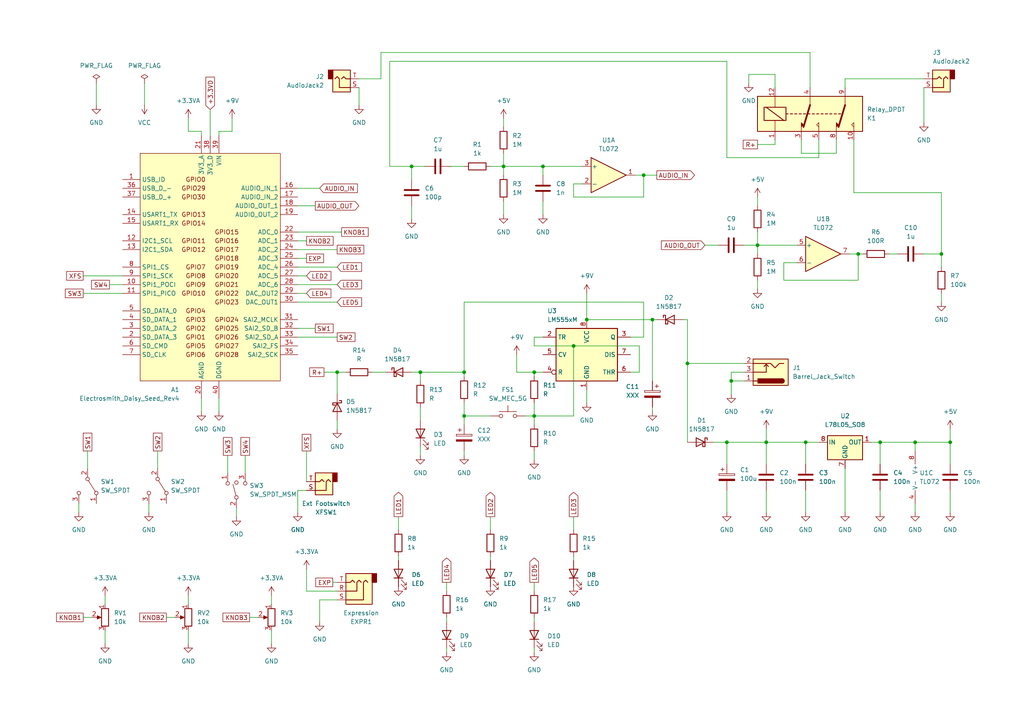
<source format=kicad_sch>
(kicad_sch (version 20230121) (generator eeschema)
  (paper "A4")
  (lib_symbols
    (symbol "Amplifier_Operational:TL072" (pin_names (offset 0.127))
      (property "Reference" "U" (at 0 5.08 0))
      (property "Value" "TL072" (at 0 -5.08 0))
      (symbol "TL072_1_1"
        (pin output line (at 7.62 0 180) (length 2.54) (name "~") (number "1"))
        (pin input line (at -7.62 -2.54 0) (length 2.54) (name "-") (number "2"))
        (pin input line (at -7.62 2.54 0) (length 2.54) (name "+") (number "3"))
      )
      (symbol "TL072_2_1"
        (pin input line (at -7.62 2.54 0) (length 2.54) (name "+") (number "5"))
        (pin input line (at -7.62 -2.54 0) (length 2.54) (name "-") (number "6"))
        (pin output line (at 7.62 0 180) (length 2.54) (name "~") (number "7"))
      )
      (symbol "TL072_3_1"
        (pin power_in line (at -2.54 -7.62 90) (length 3.81) (name "V-") (number "4"))
        (pin power_in line (at -2.54 7.62 270) (length 3.81) (name "V+") (number "8"))
      )
    )
    (symbol "Connector:AudioJack2"
      (property "Reference" "J" (at 0 8.89 0))
      (property "Value" "AudioJack2" (at 0 6.35 0))
      (symbol "AudioJack2_1_1"
        (pin passive line (at 5.08 2.54 180) (length 2.54) (name "~") (number "S"))
        (pin passive line (at 5.08 0 180) (length 2.54) (name "~") (number "T"))
      )
    )
    (symbol "Connector:Barrel_Jack_Switch" (pin_names hide)
      (property "Reference" "J" (at 0 5.334 0))
      (property "Value" "Barrel_Jack_Switch" (at 0 -5.08 0))
      (symbol "Barrel_Jack_Switch_1_1"
        (pin passive line (at 7.62 2.54 180) (length 2.54) (name "~") (number "1"))
        (pin passive line (at 7.62 -2.54 180) (length 2.54) (name "~") (number "2"))
        (pin passive line (at 7.62 0 180) (length 2.54) (name "~") (number "3"))
      )
    )
    (symbol "Connector_Audio:AudioJack2"
      (property "Reference" "J" (at 0 8.89 0))
      (property "Value" "AudioJack2" (at 0 6.35 0))
      (symbol "AudioJack2_1_1"
        (pin passive line (at 5.08 2.54 180) (length 2.54) (name "~") (number "S"))
        (pin passive line (at 5.08 0 180) (length 2.54) (name "~") (number "T"))
      )
    )
    (symbol "Connector_Audio:AudioJack3"
      (property "Reference" "J" (at 0 8.89 0))
      (property "Value" "AudioJack3" (at 0 6.35 0))
      (symbol "AudioJack3_1_1"
        (pin passive line (at 5.08 0 180) (length 2.54) (name "~") (number "R"))
        (pin passive line (at 5.08 2.54 180) (length 2.54) (name "~") (number "S"))
        (pin passive line (at 5.08 -2.54 180) (length 2.54) (name "~") (number "T"))
      )
    )
    (symbol "Device:C" (pin_numbers hide) (pin_names (offset 0.254))
      (property "Reference" "C" (at 0.635 2.54 0))
      (property "Value" "C" (at 0.635 -2.54 0))
      (symbol "C_1_1"
        (pin passive line (at 0 3.81 270) (length 2.794) (name "~") (number "1"))
        (pin passive line (at 0 -3.81 90) (length 2.794) (name "~") (number "2"))
      )
    )
    (symbol "Device:C_Polarized" (pin_numbers hide) (pin_names (offset 0.254))
      (property "Reference" "C" (at 0.635 2.54 0))
      (property "Value" "C_Polarized" (at 0.635 -2.54 0))
      (symbol "C_Polarized_1_1"
        (pin passive line (at 0 3.81 270) (length 2.794) (name "~") (number "1"))
        (pin passive line (at 0 -3.81 90) (length 2.794) (name "~") (number "2"))
      )
    )
    (symbol "Device:LED" (pin_numbers hide) (pin_names (offset 1.016) hide)
      (property "Reference" "D" (at 0 2.54 0))
      (property "Value" "LED" (at 0 -2.54 0))
      (symbol "LED_1_1"
        (pin passive line (at -3.81 0 0) (length 2.54) (name "K") (number "1"))
        (pin passive line (at 3.81 0 180) (length 2.54) (name "A") (number "2"))
      )
    )
    (symbol "Device:R" (pin_numbers hide) (pin_names (offset 0))
      (property "Reference" "R" (at 2.032 0 90))
      (property "Value" "R" (at 0 0 90))
      (symbol "R_1_1"
        (pin passive line (at 0 3.81 270) (length 1.27) (name "~") (number "1"))
        (pin passive line (at 0 -3.81 90) (length 1.27) (name "~") (number "2"))
      )
    )
    (symbol "Device:R_Potentiometer" (pin_names (offset 1.016) hide)
      (property "Reference" "RV" (at -4.445 0 90))
      (property "Value" "R_Potentiometer" (at -2.54 0 90))
      (symbol "R_Potentiometer_1_1"
        (pin passive line (at 0 3.81 270) (length 1.27) (name "1") (number "1"))
        (pin passive line (at 3.81 0 180) (length 1.27) (name "2") (number "2"))
        (pin passive line (at 0 -3.81 90) (length 1.27) (name "3") (number "3"))
      )
    )
    (symbol "Diode:1N5817" (pin_numbers hide) (pin_names (offset 1.016) hide)
      (property "Reference" "D" (at 0 2.54 0))
      (property "Value" "1N5817" (at 0 -2.54 0))
      (symbol "1N5817_1_1"
        (pin passive line (at -3.81 0 0) (length 2.54) (name "K") (number "1"))
        (pin passive line (at 3.81 0 180) (length 2.54) (name "A") (number "2"))
      )
    )
    (symbol "MCU_Module:Electrosmith_Daisy_Seed_Rev4"
      (property "Reference" "A" (at -20.32 34.29 0))
      (property "Value" "Electrosmith_Daisy_Seed_Rev4" (at 33.02 34.29 0))
      (symbol "Electrosmith_Daisy_Seed_Rev4_0_0"
        (text "GPIO0" (at 1.27 25.4 0) (effects (font (size 1.27 1.27)) (justify left)))
        (text "GPIO1" (at 1.27 -20.32 0) (effects (font (size 1.27 1.27)) (justify left)))
        (text "GPIO10" (at 1.27 -7.62 0) (effects (font (size 1.27 1.27)) (justify left)))
        (text "GPIO11" (at 1.27 7.62 0) (effects (font (size 1.27 1.27)) (justify left)))
        (text "GPIO12" (at 1.27 5.08 0) (effects (font (size 1.27 1.27)) (justify left)))
        (text "GPIO13" (at 1.27 15.24 0) (effects (font (size 1.27 1.27)) (justify left)))
        (text "GPIO14" (at 1.27 12.7 0) (effects (font (size 1.27 1.27)) (justify left)))
        (text "GPIO15" (at -1.27 10.16 0) (effects (font (size 1.27 1.27)) (justify right)))
        (text "GPIO16" (at -1.27 7.62 0) (effects (font (size 1.27 1.27)) (justify right)))
        (text "GPIO17" (at -1.27 5.08 0) (effects (font (size 1.27 1.27)) (justify right)))
        (text "GPIO18" (at -1.27 2.54 0) (effects (font (size 1.27 1.27)) (justify right)))
        (text "GPIO19" (at -1.27 0 0) (effects (font (size 1.27 1.27)) (justify right)))
        (text "GPIO2" (at 1.27 -17.78 0) (effects (font (size 1.27 1.27)) (justify left)))
        (text "GPIO20" (at -1.27 -2.54 0) (effects (font (size 1.27 1.27)) (justify right)))
        (text "GPIO21" (at -1.27 -5.08 0) (effects (font (size 1.27 1.27)) (justify right)))
        (text "GPIO22" (at -1.27 -7.62 0) (effects (font (size 1.27 1.27)) (justify right)))
        (text "GPIO23" (at -1.27 -10.16 0) (effects (font (size 1.27 1.27)) (justify right)))
        (text "GPIO24" (at -1.27 -15.24 0) (effects (font (size 1.27 1.27)) (justify right)))
        (text "GPIO25" (at -1.27 -17.78 0) (effects (font (size 1.27 1.27)) (justify right)))
        (text "GPIO26" (at -1.27 -20.32 0) (effects (font (size 1.27 1.27)) (justify right)))
        (text "GPIO27" (at -1.27 -22.86 0) (effects (font (size 1.27 1.27)) (justify right)))
        (text "GPIO28" (at -1.27 -25.4 0) (effects (font (size 1.27 1.27)) (justify right)))
        (text "GPIO29" (at 1.27 22.86 0) (effects (font (size 1.27 1.27)) (justify left)))
        (text "GPIO3" (at 1.27 -15.24 0) (effects (font (size 1.27 1.27)) (justify left)))
        (text "GPIO30" (at 1.27 20.32 0) (effects (font (size 1.27 1.27)) (justify left)))
        (text "GPIO4" (at 1.27 -12.7 0) (effects (font (size 1.27 1.27)) (justify left)))
        (text "GPIO5" (at 1.27 -22.86 0) (effects (font (size 1.27 1.27)) (justify left)))
        (text "GPIO6" (at 1.27 -25.4 0) (effects (font (size 1.27 1.27)) (justify left)))
        (text "GPIO7" (at 1.27 0 0) (effects (font (size 1.27 1.27)) (justify left)))
        (text "GPIO8" (at 1.27 -2.54 0) (effects (font (size 1.27 1.27)) (justify left)))
        (text "GPIO9" (at 1.27 -5.08 0) (effects (font (size 1.27 1.27)) (justify left)))
        (pin bidirectional line (at 25.4 25.4 180) (length 5.08) (name "USB_ID") (number "1"))
        (pin bidirectional line (at 25.4 -5.08 180) (length 5.08) (name "SPI1_POCI") (number "10"))
        (pin bidirectional line (at 25.4 -7.62 180) (length 5.08) (name "SPI1_PICO") (number "11"))
        (pin bidirectional line (at 25.4 7.62 180) (length 5.08) (name "I2C1_SCL") (number "12"))
        (pin bidirectional line (at 25.4 5.08 180) (length 5.08) (name "I2C1_SDA") (number "13"))
        (pin bidirectional line (at 25.4 15.24 180) (length 5.08) (name "USART1_TX") (number "14"))
        (pin bidirectional line (at 25.4 12.7 180) (length 5.08) (name "USART1_RX") (number "15"))
        (pin input line (at -25.4 22.86 0) (length 5.08) (name "AUDIO_IN_1") (number "16"))
        (pin input line (at -25.4 20.32 0) (length 5.08) (name "AUDIO_IN_2") (number "17"))
        (pin output line (at -25.4 17.78 0) (length 5.08) (name "AUDIO_OUT_1") (number "18"))
        (pin output line (at -25.4 15.24 0) (length 5.08) (name "AUDIO_OUT_2") (number "19"))
        (pin bidirectional line (at 25.4 -20.32 180) (length 5.08) (name "SD_DATA_3") (number "2"))
        (pin power_in line (at 2.54 -38.1 90) (length 5.08) (name "AGND") (number "20"))
        (pin power_out line (at 2.54 38.1 270) (length 5.08) (name "3V3_A") (number "21"))
        (pin bidirectional line (at -25.4 10.16 0) (length 5.08) (name "ADC_0") (number "22"))
        (pin bidirectional line (at -25.4 7.62 0) (length 5.08) (name "ADC_1") (number "23"))
        (pin bidirectional line (at -25.4 5.08 0) (length 5.08) (name "ADC_2") (number "24"))
        (pin bidirectional line (at -25.4 2.54 0) (length 5.08) (name "ADC_3") (number "25"))
        (pin bidirectional line (at -25.4 0 0) (length 5.08) (name "ADC_4") (number "26"))
        (pin bidirectional line (at -25.4 -2.54 0) (length 5.08) (name "ADC_5") (number "27"))
        (pin bidirectional line (at -25.4 -5.08 0) (length 5.08) (name "ADC_6") (number "28"))
        (pin bidirectional line (at -25.4 -7.62 0) (length 5.08) (name "DAC_OUT2") (number "29"))
        (pin bidirectional line (at 25.4 -17.78 180) (length 5.08) (name "SD_DATA_2") (number "3"))
        (pin bidirectional line (at -25.4 -10.16 0) (length 5.08) (name "DAC_OUT1") (number "30"))
        (pin bidirectional line (at -25.4 -15.24 0) (length 5.08) (name "SAI2_MCLK") (number "31"))
        (pin bidirectional line (at -25.4 -17.78 0) (length 5.08) (name "SAI2_SD_B") (number "32"))
        (pin bidirectional line (at -25.4 -20.32 0) (length 5.08) (name "SAI2_SD_A") (number "33"))
        (pin bidirectional line (at -25.4 -22.86 0) (length 5.08) (name "SAI2_FS") (number "34"))
        (pin bidirectional line (at -25.4 -25.4 0) (length 5.08) (name "SAI2_SCK") (number "35"))
        (pin bidirectional line (at 25.4 22.86 180) (length 5.08) (name "USB_D_-") (number "36"))
        (pin bidirectional line (at 25.4 20.32 180) (length 5.08) (name "USB_D_+") (number "37"))
        (pin power_out line (at 0 38.1 270) (length 5.08) (name "3V3_D") (number "38"))
        (pin power_in line (at -2.54 38.1 270) (length 5.08) (name "VIN") (number "39"))
        (pin bidirectional line (at 25.4 -15.24 180) (length 5.08) (name "SD_DATA_1") (number "4"))
        (pin power_in line (at -2.54 -38.1 90) (length 5.08) (name "DGND") (number "40"))
        (pin bidirectional line (at 25.4 -12.7 180) (length 5.08) (name "SD_DATA_0") (number "5"))
        (pin bidirectional line (at 25.4 -22.86 180) (length 5.08) (name "SD_CMD") (number "6"))
        (pin bidirectional line (at 25.4 -25.4 180) (length 5.08) (name "SD_CLK") (number "7"))
        (pin bidirectional line (at 25.4 0 180) (length 5.08) (name "SPI1_CS") (number "8"))
        (pin bidirectional line (at 25.4 -2.54 180) (length 5.08) (name "SPI1_SCK") (number "9"))
      )
    )
    (symbol "PCM_4ms_Power-symbol:PWR_FLAG" (power) (pin_numbers hide) (pin_names (offset 0) hide)
      (property "Value" "PWR_FLAG" (at 0 3.81 0))
      (symbol "PWR_FLAG_0_0"
        (pin power_out line (at 0 0 90) (length 0) (name "pwr") (number "1"))
      )
    )
    (symbol "Regulator_Linear:L78L05_SO8" (pin_names (offset 0.254))
      (property "Reference" "U" (at -3.81 3.175 0))
      (property "Value" "L78L05_SO8" (at 0 3.175 0))
      (symbol "L78L05_SO8_1_1"
        (pin power_out line (at 7.62 0 180) (length 2.54) (name "OUT") (number "1"))
        (pin passive line (at 0 -7.62 90) (length 2.54) hide (name "GND") (number "2"))
        (pin passive line (at 0 -7.62 90) (length 2.54) hide (name "GND") (number "3"))
        (pin no_connect line (at -5.08 -2.54 0) (length 2.54) hide (name "NC") (number "4"))
        (pin no_connect line (at 5.08 -2.54 180) (length 2.54) hide (name "NC") (number "5"))
        (pin passive line (at 0 -7.62 90) (length 2.54) hide (name "GND") (number "6"))
        (pin power_in line (at 0 -7.62 90) (length 2.54) (name "GND") (number "7"))
        (pin power_in line (at -7.62 0 0) (length 2.54) (name "IN") (number "8"))
      )
    )
    (symbol "Relay:Relay_DPDT"
      (property "Reference" "K1" (at 16.51 1.27 0))
      (property "Value" "Relay_DPDT" (at 16.51 -1.27 0))
      (symbol "Relay_DPDT_1_1"
        (pin passive line (at -10.16 7.62 270) (length 2.54) (name "~") (number "1"))
        (pin passive line (at 12.7 7.62 270) (length 2.54) (name "~") (number "10"))
        (pin passive line (at -10.16 -7.62 90) (length 2.54) (name "~") (number "12"))
        (pin passive line (at -2.54 7.62 270) (length 2.54) (name "~") (number "3"))
        (pin passive line (at 0 -7.62 90) (length 2.54) (name "~") (number "4"))
        (pin passive line (at 2.54 7.62 270) (length 2.54) (name "~") (number "5"))
        (pin passive line (at 7.62 7.62 270) (length 2.54) (name "~") (number "8"))
        (pin passive line (at 10.16 -7.62 90) (length 2.54) (name "~") (number "9"))
      )
    )
    (symbol "Switch:SW_MEC_5G" (pin_numbers hide) (pin_names (offset 1.016) hide)
      (property "Reference" "FS1" (at 0 7.62 0))
      (property "Value" "SW_MEC_5G" (at 0 5.08 0))
      (symbol "SW_MEC_5G_0_1"
        (pin passive line (at -5.08 0 0) (length 2.54) (name "A") (number "1"))
      )
      (symbol "SW_MEC_5G_1_1"
        (pin passive line (at -5.08 0 0) (length 2.54) hide (name "A") (number "2"))
        (pin passive line (at 5.08 0 180) (length 2.54) (name "B") (number "3"))
        (pin passive line (at 5.08 0 180) (length 2.54) hide (name "B") (number "4"))
      )
    )
    (symbol "Switch:SW_SPDT" (pin_names (offset 0) hide)
      (property "Reference" "SW" (at 0 4.318 0))
      (property "Value" "SW_SPDT" (at 0 -5.08 0))
      (symbol "SW_SPDT_1_1"
        (pin passive line (at 5.08 2.54 180) (length 2.54) (name "A") (number "1"))
        (pin passive line (at -5.08 0 0) (length 2.54) (name "B") (number "2"))
        (pin passive line (at 5.08 -2.54 180) (length 2.54) (name "C") (number "3"))
      )
    )
    (symbol "Switch:SW_SPDT_MSM" (pin_names (offset 0) hide)
      (property "Reference" "SW" (at 0 5.08 0))
      (property "Value" "SW_SPDT_MSM" (at 0 -5.08 0))
      (symbol "SW_SPDT_MSM_1_1"
        (pin passive line (at 5.08 2.54 180) (length 2.54) (name "1") (number "1"))
        (pin passive line (at -5.08 0 0) (length 2.54) (name "2") (number "2"))
        (pin passive line (at 5.08 -2.54 180) (length 2.54) (name "3") (number "3"))
      )
    )
    (symbol "Timer:LM555xM"
      (property "Reference" "U" (at -10.16 8.89 0))
      (property "Value" "LM555xM" (at 2.54 8.89 0))
      (symbol "LM555xM_0_0"
        (pin power_in line (at 0 -10.16 90) (length 2.54) (name "GND") (number "1"))
        (pin power_in line (at 0 10.16 270) (length 2.54) (name "VCC") (number "8"))
      )
      (symbol "LM555xM_1_1"
        (pin input line (at -12.7 5.08 0) (length 3.81) (name "TR") (number "2"))
        (pin output line (at 12.7 5.08 180) (length 3.81) (name "Q") (number "3"))
        (pin input inverted (at -12.7 -5.08 0) (length 3.81) (name "R") (number "4"))
        (pin input line (at -12.7 0 0) (length 3.81) (name "CV") (number "5"))
        (pin input line (at 12.7 -5.08 180) (length 3.81) (name "THR") (number "6"))
        (pin input line (at 12.7 0 180) (length 3.81) (name "DIS") (number "7"))
      )
    )
    (symbol "power:+3.3VA" (power) (pin_names (offset 0))
      (property "Value" "+3.3VA" (at 0 3.556 0))
      (symbol "+3.3VA_1_1"
        (pin power_in line (at 0 0 90) (length 0) hide (name "+3.3VA") (number "1"))
      )
    )
    (symbol "power:+5V" (power) (pin_names (offset 0))
      (property "Value" "+5V" (at 0 3.556 0))
      (symbol "+5V_1_1"
        (pin power_in line (at 0 0 90) (length 0) hide (name "+5V") (number "1"))
      )
    )
    (symbol "power:+9V" (power) (pin_names (offset 0))
      (property "Value" "+9V" (at 0 3.556 0))
      (symbol "+9V_1_1"
        (pin power_in line (at 0 0 90) (length 0) hide (name "+9V") (number "1"))
      )
    )
    (symbol "power:GND" (power) (pin_names (offset 0))
      (property "Value" "GND" (at 0 -3.81 0))
      (symbol "GND_1_1"
        (pin power_in line (at 0 0 270) (length 0) hide (name "GND") (number "1"))
      )
    )
    (symbol "power:VCC" (power) (pin_names (offset 0))
      (property "Value" "VCC" (at 0 3.81 0))
      (symbol "VCC_1_1"
        (pin power_in line (at 0 0 90) (length 0) hide (name "VCC") (number "1"))
      )
    )
  )
  (junction (at 146.05 48.26))
  (junction (at 210.82 128.27))
  (junction (at 134.62 120.65))
  (junction (at 255.27 128.27))
  (junction (at 212.09 110.49))
  (junction (at 154.94 120.65))
  (junction (at 186.69 50.8))
  (junction (at 233.68 128.27))
  (junction (at 275.59 128.27))
  (junction (at 265.43 128.27))
  (junction (at 189.23 92.71))
  (junction (at 222.25 128.27))
  (junction (at 119.38 48.26))
  (junction (at 121.92 107.95))
  (junction (at 166.37 100.33))
  (junction (at 199.39 105.41))
  (junction (at 97.79 107.95))
  (junction (at 157.48 48.26))
  (junction (at 154.94 107.95))
  (junction (at 170.18 92.71))
  (junction (at 273.05 73.66))
  (junction (at 134.62 107.95))
  (junction (at 219.71 71.12))
  (junction (at 248.92 73.66))
  (wire (pts (xy 166.37 53.34) (xy 166.37 57.15)))
  (wire (pts (xy 97.79 87.63) (xy 86.36 87.63)))
  (wire (pts (xy 97.79 121.92) (xy 97.79 124.46)))
  (wire (pts (xy 78.74 182.88) (xy 78.74 186.69)))
  (wire (pts (xy 154.94 168.91) (xy 154.94 171.45)))
  (wire (pts (xy 146.05 48.26) (xy 146.05 50.8)))
  (wire (pts (xy 154.94 120.65) (xy 152.4 120.65)))
  (wire (pts (xy 92.71 54.61) (xy 86.36 54.61)))
  (wire (pts (xy 54.61 34.29) (xy 54.61 38.1)))
  (wire (pts (xy 121.92 118.11) (xy 121.92 121.92)))
  (wire (pts (xy 157.48 58.42) (xy 157.48 62.23)))
  (wire (pts (xy 185.42 100.33) (xy 185.42 107.95)))
  (wire (pts (xy 88.9 130.81) (xy 88.9 139.7)))
  (wire (pts (xy 237.49 40.64) (xy 237.49 45.72)))
  (wire (pts (xy 97.79 107.95) (xy 100.33 107.95)))
  (wire (pts (xy 93.98 107.95) (xy 97.79 107.95)))
  (wire (pts (xy 204.47 71.12) (xy 208.28 71.12)))
  (wire (pts (xy 166.37 149.86) (xy 166.37 153.67)))
  (wire (pts (xy 273.05 85.09) (xy 273.05 87.63)))
  (wire (pts (xy 107.95 107.95) (xy 111.76 107.95)))
  (wire (pts (xy 265.43 146.05) (xy 265.43 148.59)))
  (wire (pts (xy 142.24 149.86) (xy 142.24 153.67)))
  (wire (pts (xy 275.59 128.27) (xy 265.43 128.27)))
  (wire (pts (xy 199.39 92.71) (xy 199.39 105.41)))
  (wire (pts (xy 97.79 173.99) (xy 92.71 173.99)))
  (wire (pts (xy 210.82 142.24) (xy 210.82 148.59)))
  (wire (pts (xy 245.11 22.86) (xy 267.97 22.86)))
  (wire (pts (xy 207.01 128.27) (xy 210.82 128.27)))
  (wire (pts (xy 146.05 48.26) (xy 157.48 48.26)))
  (wire (pts (xy 186.69 50.8) (xy 186.69 57.15)))
  (wire (pts (xy 113.03 17.78) (xy 210.82 17.78)))
  (wire (pts (xy 245.11 25.4) (xy 245.11 22.86)))
  (wire (pts (xy 121.92 129.54) (xy 121.92 132.08)))
  (wire (pts (xy 43.18 146.05) (xy 43.18 148.59)))
  (wire (pts (xy 67.31 38.1) (xy 63.5 38.1)))
  (wire (pts (xy 248.92 73.66) (xy 248.92 81.28)))
  (wire (pts (xy 130.81 48.26) (xy 134.62 48.26)))
  (wire (pts (xy 255.27 128.27) (xy 255.27 134.62)))
  (wire (pts (xy 222.25 142.24) (xy 222.25 148.59)))
  (wire (pts (xy 215.9 71.12) (xy 219.71 71.12)))
  (wire (pts (xy 186.69 50.8) (xy 190.5 50.8)))
  (wire (pts (xy 224.79 40.64) (xy 224.79 41.91)))
  (wire (pts (xy 146.05 34.29) (xy 146.05 36.83)))
  (wire (pts (xy 91.44 59.69) (xy 86.36 59.69)))
  (wire (pts (xy 267.97 25.4) (xy 267.97 35.56)))
  (wire (pts (xy 26.67 179.07) (xy 24.13 179.07)))
  (wire (pts (xy 97.79 82.55) (xy 86.36 82.55)))
  (wire (pts (xy 115.57 161.29) (xy 115.57 162.56)))
  (wire (pts (xy 71.12 132.08) (xy 71.12 137.16)))
  (wire (pts (xy 121.92 107.95) (xy 121.92 110.49)))
  (wire (pts (xy 88.9 74.93) (xy 86.36 74.93)))
  (wire (pts (xy 186.69 57.15) (xy 166.37 57.15)))
  (wire (pts (xy 41.91 24.13) (xy 41.91 30.48)))
  (wire (pts (xy 154.94 107.95) (xy 154.94 109.22)))
  (wire (pts (xy 257.81 73.66) (xy 260.35 73.66)))
  (wire (pts (xy 45.72 130.81) (xy 45.72 135.89)))
  (wire (pts (xy 189.23 118.11) (xy 189.23 119.38)))
  (wire (pts (xy 119.38 48.26) (xy 123.19 48.26)))
  (wire (pts (xy 115.57 149.86) (xy 115.57 153.67)))
  (wire (pts (xy 224.79 21.59) (xy 217.17 21.59)))
  (wire (pts (xy 146.05 48.26) (xy 142.24 48.26)))
  (wire (pts (xy 247.65 40.64) (xy 247.65 55.88)))
  (wire (pts (xy 231.14 76.2) (xy 227.33 76.2)))
  (wire (pts (xy 219.71 57.15) (xy 219.71 59.69)))
  (wire (pts (xy 88.9 142.24) (xy 86.36 142.24)))
  (wire (pts (xy 245.11 135.89) (xy 245.11 148.59)))
  (wire (pts (xy 189.23 92.71) (xy 190.5 92.71)))
  (wire (pts (xy 88.9 171.45) (xy 88.9 165.1)))
  (wire (pts (xy 222.25 128.27) (xy 233.68 128.27)))
  (wire (pts (xy 186.69 97.79) (xy 186.69 87.63)))
  (wire (pts (xy 186.69 87.63) (xy 134.62 87.63)))
  (wire (pts (xy 267.97 73.66) (xy 273.05 73.66)))
  (wire (pts (xy 129.54 179.07) (xy 129.54 180.34)))
  (wire (pts (xy 97.79 77.47) (xy 86.36 77.47)))
  (wire (pts (xy 154.94 187.96) (xy 154.94 189.23)))
  (wire (pts (xy 265.43 128.27) (xy 265.43 130.81)))
  (wire (pts (xy 58.42 115.57) (xy 58.42 119.38)))
  (wire (pts (xy 63.5 115.57) (xy 63.5 119.38)))
  (wire (pts (xy 184.15 50.8) (xy 186.69 50.8)))
  (wire (pts (xy 66.04 132.08) (xy 66.04 137.16)))
  (wire (pts (xy 255.27 142.24) (xy 255.27 148.59)))
  (wire (pts (xy 22.86 146.05) (xy 22.86 148.59)))
  (wire (pts (xy 119.38 59.69) (xy 119.38 63.5)))
  (wire (pts (xy 146.05 44.45) (xy 146.05 48.26)))
  (wire (pts (xy 199.39 105.41) (xy 215.9 105.41)))
  (wire (pts (xy 255.27 128.27) (xy 265.43 128.27)))
  (wire (pts (xy 234.95 15.24) (xy 234.95 25.4)))
  (wire (pts (xy 104.14 22.86) (xy 110.49 22.86)))
  (wire (pts (xy 99.06 67.31) (xy 86.36 67.31)))
  (wire (pts (xy 154.94 100.33) (xy 166.37 100.33)))
  (wire (pts (xy 68.58 147.32) (xy 68.58 149.86)))
  (wire (pts (xy 97.79 168.91) (xy 96.52 168.91)))
  (wire (pts (xy 215.9 110.49) (xy 212.09 110.49)))
  (wire (pts (xy 217.17 21.59) (xy 217.17 24.13)))
  (wire (pts (xy 129.54 168.91) (xy 129.54 171.45)))
  (wire (pts (xy 30.48 172.72) (xy 30.48 175.26)))
  (wire (pts (xy 54.61 182.88) (xy 54.61 186.69)))
  (wire (pts (xy 110.49 15.24) (xy 234.95 15.24)))
  (wire (pts (xy 104.14 25.4) (xy 104.14 30.48)))
  (wire (pts (xy 170.18 113.03) (xy 170.18 116.84)))
  (wire (pts (xy 50.8 179.07) (xy 48.26 179.07)))
  (wire (pts (xy 232.41 40.64) (xy 232.41 44.45)))
  (wire (pts (xy 134.62 116.84) (xy 134.62 120.65)))
  (wire (pts (xy 273.05 55.88) (xy 273.05 73.66)))
  (wire (pts (xy 154.94 120.65) (xy 166.37 120.65)))
  (wire (pts (xy 166.37 100.33) (xy 166.37 120.65)))
  (wire (pts (xy 248.92 73.66) (xy 250.19 73.66)))
  (wire (pts (xy 189.23 92.71) (xy 189.23 110.49)))
  (wire (pts (xy 134.62 120.65) (xy 142.24 120.65)))
  (wire (pts (xy 134.62 87.63) (xy 134.62 107.95)))
  (wire (pts (xy 212.09 110.49) (xy 212.09 114.3)))
  (wire (pts (xy 233.68 142.24) (xy 233.68 148.59)))
  (wire (pts (xy 27.94 24.13) (xy 27.94 30.48)))
  (wire (pts (xy 166.37 161.29) (xy 166.37 162.56)))
  (wire (pts (xy 275.59 134.62) (xy 275.59 128.27)))
  (wire (pts (xy 182.88 97.79) (xy 186.69 97.79)))
  (wire (pts (xy 252.73 128.27) (xy 255.27 128.27)))
  (wire (pts (xy 224.79 21.59) (xy 224.79 25.4)))
  (wire (pts (xy 199.39 105.41) (xy 199.39 128.27)))
  (wire (pts (xy 154.94 120.65) (xy 154.94 123.19)))
  (wire (pts (xy 154.94 116.84) (xy 154.94 120.65)))
  (wire (pts (xy 185.42 107.95) (xy 182.88 107.95)))
  (wire (pts (xy 157.48 97.79) (xy 154.94 97.79)))
  (wire (pts (xy 119.38 107.95) (xy 121.92 107.95)))
  (wire (pts (xy 157.48 50.8) (xy 157.48 48.26)))
  (wire (pts (xy 219.71 71.12) (xy 219.71 73.66)))
  (wire (pts (xy 142.24 161.29) (xy 142.24 162.56)))
  (wire (pts (xy 273.05 73.66) (xy 273.05 77.47)))
  (wire (pts (xy 170.18 85.09) (xy 170.18 92.71)))
  (wire (pts (xy 157.48 107.95) (xy 154.94 107.95)))
  (wire (pts (xy 86.36 142.24) (xy 86.36 148.59)))
  (wire (pts (xy 110.49 22.86) (xy 110.49 15.24)))
  (wire (pts (xy 227.33 81.28) (xy 248.92 81.28)))
  (wire (pts (xy 154.94 97.79) (xy 154.94 100.33)))
  (wire (pts (xy 275.59 142.24) (xy 275.59 148.59)))
  (wire (pts (xy 212.09 107.95) (xy 212.09 110.49)))
  (wire (pts (xy 92.71 173.99) (xy 92.71 180.34)))
  (wire (pts (xy 210.82 17.78) (xy 210.82 45.72)))
  (wire (pts (xy 58.42 38.1) (xy 58.42 39.37)))
  (wire (pts (xy 63.5 38.1) (xy 63.5 39.37)))
  (wire (pts (xy 157.48 48.26) (xy 168.91 48.26)))
  (wire (pts (xy 78.74 172.72) (xy 78.74 175.26)))
  (wire (pts (xy 275.59 124.46) (xy 275.59 128.27)))
  (wire (pts (xy 35.56 85.09) (xy 24.13 85.09)))
  (wire (pts (xy 146.05 58.42) (xy 146.05 62.23)))
  (wire (pts (xy 198.12 92.71) (xy 199.39 92.71)))
  (wire (pts (xy 35.56 80.01) (xy 24.13 80.01)))
  (wire (pts (xy 170.18 92.71) (xy 189.23 92.71)))
  (wire (pts (xy 134.62 123.19) (xy 134.62 120.65)))
  (wire (pts (xy 247.65 55.88) (xy 273.05 55.88)))
  (wire (pts (xy 168.91 53.34) (xy 166.37 53.34)))
  (wire (pts (xy 60.96 31.75) (xy 60.96 39.37)))
  (wire (pts (xy 232.41 44.45) (xy 242.57 44.45)))
  (wire (pts (xy 233.68 128.27) (xy 233.68 134.62)))
  (wire (pts (xy 134.62 130.81) (xy 134.62 132.08)))
  (wire (pts (xy 210.82 128.27) (xy 210.82 134.62)))
  (wire (pts (xy 246.38 73.66) (xy 248.92 73.66)))
  (wire (pts (xy 113.03 48.26) (xy 119.38 48.26)))
  (wire (pts (xy 88.9 69.85) (xy 86.36 69.85)))
  (wire (pts (xy 97.79 97.79) (xy 86.36 97.79)))
  (wire (pts (xy 242.57 40.64) (xy 242.57 44.45)))
  (wire (pts (xy 210.82 45.72) (xy 237.49 45.72)))
  (wire (pts (xy 91.44 95.25) (xy 86.36 95.25)))
  (wire (pts (xy 222.25 128.27) (xy 222.25 134.62)))
  (wire (pts (xy 233.68 128.27) (xy 237.49 128.27)))
  (wire (pts (xy 25.4 130.81) (xy 25.4 135.89)))
  (wire (pts (xy 227.33 76.2) (xy 227.33 81.28)))
  (wire (pts (xy 54.61 172.72) (xy 54.61 175.26)))
  (wire (pts (xy 222.25 124.46) (xy 222.25 128.27)))
  (wire (pts (xy 149.86 107.95) (xy 154.94 107.95)))
  (wire (pts (xy 224.79 41.91) (xy 219.71 41.91)))
  (wire (pts (xy 67.31 34.29) (xy 67.31 38.1)))
  (wire (pts (xy 88.9 80.01) (xy 86.36 80.01)))
  (wire (pts (xy 129.54 187.96) (xy 129.54 189.23)))
  (wire (pts (xy 88.9 85.09) (xy 86.36 85.09)))
  (wire (pts (xy 219.71 71.12) (xy 219.71 67.31)))
  (wire (pts (xy 97.79 171.45) (xy 88.9 171.45)))
  (wire (pts (xy 215.9 107.95) (xy 212.09 107.95)))
  (wire (pts (xy 166.37 100.33) (xy 185.42 100.33)))
  (wire (pts (xy 119.38 52.07) (xy 119.38 48.26)))
  (wire (pts (xy 219.71 81.28) (xy 219.71 83.82)))
  (wire (pts (xy 134.62 107.95) (xy 134.62 109.22)))
  (wire (pts (xy 154.94 179.07) (xy 154.94 180.34)))
  (wire (pts (xy 54.61 38.1) (xy 58.42 38.1)))
  (wire (pts (xy 121.92 107.95) (xy 134.62 107.95)))
  (wire (pts (xy 154.94 130.81) (xy 154.94 133.35)))
  (wire (pts (xy 149.86 102.87) (xy 149.86 107.95)))
  (wire (pts (xy 219.71 71.12) (xy 231.14 71.12)))
  (wire (pts (xy 97.79 107.95) (xy 97.79 114.3)))
  (wire (pts (xy 30.48 182.88) (xy 30.48 186.69)))
  (wire (pts (xy 97.79 72.39) (xy 86.36 72.39)))
  (wire (pts (xy 113.03 48.26) (xy 113.03 17.78)))
  (wire (pts (xy 210.82 128.27) (xy 222.25 128.27)))
  (wire (pts (xy 35.56 82.55) (xy 31.75 82.55)))
  (wire (pts (xy 74.93 179.07) (xy 72.39 179.07)))
  (global_label "+3.3VD" (shape input) (at 60.96 31.75 90) (property "Intersheetrefs" "${INTERSHEET_REFS}" (effects hide)))
  (global_label "EXP" (shape passive) (at 96.52 168.91 180) (property "Intersheetrefs" "${INTERSHEET_REFS}" (effects hide)))
  (global_label "SW4" (shape passive) (at 31.75 82.55 180) (property "Intersheetrefs" "${INTERSHEET_REFS}" (effects hide)))
  (global_label "SW4" (shape passive) (at 71.12 132.08 90) (property "Intersheetrefs" "${INTERSHEET_REFS}" (effects hide)))
  (global_label "SW2" (shape passive) (at 97.79 97.79 0) (property "Intersheetrefs" "${INTERSHEET_REFS}" (effects hide)))
  (global_label "AUDIO_OUT" (shape input) (at 204.47 71.12 180) (property "Intersheetrefs" "${INTERSHEET_REFS}" (effects hide)))
  (global_label "LED2" (shape input) (at 88.9 80.01 0) (property "Intersheetrefs" "${INTERSHEET_REFS}" (effects hide)))
  (global_label "XFS" (shape passive) (at 88.9 130.81 90) (property "Intersheetrefs" "${INTERSHEET_REFS}" (effects hide)))
  (global_label "LED4" (shape output) (at 129.54 168.91 90) (property "Intersheetrefs" "${INTERSHEET_REFS}" (effects hide)))
  (global_label "SW2" (shape passive) (at 45.72 130.81 90) (property "Intersheetrefs" "${INTERSHEET_REFS}" (effects hide)))
  (global_label "AUDIO_IN" (shape output) (at 190.5 50.8 0) (property "Intersheetrefs" "${INTERSHEET_REFS}" (effects hide)))
  (global_label "LED4" (shape input) (at 88.9 85.09 0) (property "Intersheetrefs" "${INTERSHEET_REFS}" (effects hide)))
  (global_label "AUDIO_OUT" (shape output) (at 91.44 59.69 0) (property "Intersheetrefs" "${INTERSHEET_REFS}" (effects hide)))
  (global_label "AUDIO_IN" (shape input) (at 92.71 54.61 0) (property "Intersheetrefs" "${INTERSHEET_REFS}" (effects hide)))
  (global_label "R+" (shape passive) (at 93.98 107.95 180) (property "Intersheetrefs" "${INTERSHEET_REFS}" (effects hide)))
  (global_label "KNOB2" (shape passive) (at 88.9 69.85 0) (property "Intersheetrefs" "${INTERSHEET_REFS}" (effects hide)))
  (global_label "SW3" (shape passive) (at 66.04 132.08 90) (property "Intersheetrefs" "${INTERSHEET_REFS}" (effects hide)))
  (global_label "KNOB1" (shape passive) (at 99.06 67.31 0) (property "Intersheetrefs" "${INTERSHEET_REFS}" (effects hide)))
  (global_label "KNOB3" (shape passive) (at 72.39 179.07 180) (property "Intersheetrefs" "${INTERSHEET_REFS}" (effects hide)))
  (global_label "SW1" (shape passive) (at 91.44 95.25 0) (property "Intersheetrefs" "${INTERSHEET_REFS}" (effects hide)))
  (global_label "LED3" (shape input) (at 97.79 82.55 0) (property "Intersheetrefs" "${INTERSHEET_REFS}" (effects hide)))
  (global_label "SW3" (shape passive) (at 24.13 85.09 180) (property "Intersheetrefs" "${INTERSHEET_REFS}" (effects hide)))
  (global_label "R+" (shape passive) (at 219.71 41.91 180) (property "Intersheetrefs" "${INTERSHEET_REFS}" (effects hide)))
  (global_label "KNOB3" (shape passive) (at 97.79 72.39 0) (property "Intersheetrefs" "${INTERSHEET_REFS}" (effects hide)))
  (global_label "KNOB2" (shape passive) (at 48.26 179.07 180) (property "Intersheetrefs" "${INTERSHEET_REFS}" (effects hide)))
  (global_label "LED5" (shape input) (at 97.79 87.63 0) (property "Intersheetrefs" "${INTERSHEET_REFS}" (effects hide)))
  (global_label "KNOB1" (shape passive) (at 24.13 179.07 180) (property "Intersheetrefs" "${INTERSHEET_REFS}" (effects hide)))
  (global_label "LED1" (shape input) (at 97.79 77.47 0) (property "Intersheetrefs" "${INTERSHEET_REFS}" (effects hide)))
  (global_label "SW1" (shape passive) (at 25.4 130.81 90) (property "Intersheetrefs" "${INTERSHEET_REFS}" (effects hide)))
  (global_label "XFS" (shape passive) (at 24.13 80.01 180) (property "Intersheetrefs" "${INTERSHEET_REFS}" (effects hide)))
  (global_label "LED2" (shape output) (at 142.24 149.86 90) (property "Intersheetrefs" "${INTERSHEET_REFS}" (effects hide)))
  (global_label "LED1" (shape output) (at 115.57 149.86 90) (property "Intersheetrefs" "${INTERSHEET_REFS}" (effects hide)))
  (global_label "LED5" (shape output) (at 154.94 168.91 90) (property "Intersheetrefs" "${INTERSHEET_REFS}" (effects hide)))
  (global_label "EXP" (shape passive) (at 88.9 74.93 0) (property "Intersheetrefs" "${INTERSHEET_REFS}" (effects hide)))
  (global_label "LED3" (shape output) (at 166.37 149.86 90) (property "Intersheetrefs" "${INTERSHEET_REFS}" (effects hide)))
  (symbol (lib_id "Switch:SW_SPDT") (at 45.72 140.97 270) (unit 1)
    (property "Reference" "SW2" (at 49.53 139.7 90) (effects (justify left)))
    (property "Value" "SW_SPDT" (at 49.53 142.24 90) (effects (justify left)))
    (property "Footprint" "switches:SPDT.PINS" (effects hide))
  )
  (symbol (lib_id "power:GND") (at 157.48 62.23 0) (unit 1)
    (property "Reference" "#PWR03" (effects hide))
    (property "Value" "GND" (at 157.48 67.31 0))
  )
  (symbol (lib_id "power:VCC") (at 41.91 30.48 0) (mirror x) (unit 1)
    (property "Reference" "#PWR045" (effects hide))
    (property "Value" "VCC" (at 41.91 35.56 0))
  )
  (symbol (lib_id "power:GND") (at 210.82 148.59 0) (unit 1)
    (property "Reference" "#PWR011" (effects hide))
    (property "Value" "GND" (at 210.82 153.67 0))
  )
  (symbol (lib_id "Connector_Audio:AudioJack2") (at 93.98 139.7 180) (unit 1)
    (property "Reference" "XFSW1" (at 94.615 148.59 0))
    (property "Value" "Ext Footswitch" (at 94.615 146.05 0))
    (property "Footprint" "jacks:2PADS_TS" (effects hide))
  )
  (symbol (lib_id "power:GND") (at 97.79 124.46 0) (unit 1)
    (property "Reference" "#PWR051" (effects hide))
    (property "Value" "GND" (at 97.79 129.54 0))
  )
  (symbol (lib_id "Device:C") (at 157.48 54.61 0) (unit 1)
    (property "Reference" "C8" (at 161.29 53.3399 0) (effects (justify left)))
    (property "Value" "1n" (at 161.29 55.8799 0) (effects (justify left)))
    (property "Footprint" "Capacitor_SMD:C_0603_1608Metric" (effects hide))
  )
  (symbol (lib_id "Device:C_Polarized") (at 189.23 114.3 0) (mirror y) (unit 1)
    (property "Reference" "C11" (at 185.42 112.141 0) (effects (justify left)))
    (property "Value" "XXX" (at 185.42 114.681 0) (effects (justify left)))
    (property "Footprint" "Capacitor_SMD:CP_Elec_6.3x5.4" (effects hide))
  )
  (symbol (lib_id "power:+9V") (at 170.18 85.09 0) (unit 1)
    (property "Reference" "#PWR038" (effects hide))
    (property "Value" "+9V" (at 170.18 80.01 0))
  )
  (symbol (lib_id "Diode:1N5817") (at 97.79 118.11 270) (unit 1)
    (property "Reference" "D5" (at 100.33 116.5225 90) (effects (justify left)))
    (property "Value" "1N5817" (at 100.33 119.0625 90) (effects (justify left)))
    (property "Footprint" "Diode_SMD:D_SOD-123" (effects hide))
    (property "Datasheet" "http://www.vishay.com/docs/88525/1n5817.pdf" (effects hide))
  )
  (symbol (lib_id "Relay:Relay_DPDT") (at 234.95 33.02 0) (mirror x) (unit 1)
    (property "Reference" "K1" (at 251.46 34.29 0) (effects (justify left)))
    (property "Value" "Relay_DPDT" (at 251.46 31.75 0) (effects (justify left)))
    (property "Footprint" "Relay_SMD:Relay_DPDT_Kemet_EE2_NU" (effects hide))
  )
  (symbol (lib_id "Device:R") (at 146.05 40.64 0) (unit 1)
    (property "Reference" "R2" (at 148.59 39.3699 0) (effects (justify left)))
    (property "Value" "1M" (at 148.59 41.9099 0) (effects (justify left)))
    (property "Footprint" "Resistor_SMD:R_0603_1608Metric" (effects hide))
  )
  (symbol (lib_id "power:GND") (at 22.86 148.59 0) (unit 1)
    (property "Reference" "#PWR033" (effects hide))
    (property "Value" "GND" (at 22.86 153.67 0))
  )
  (symbol (lib_id "power:GND") (at 275.59 148.59 0) (unit 1)
    (property "Reference" "#PWR07" (effects hide))
    (property "Value" "GND" (at 275.59 153.67 0))
  )
  (symbol (lib_id "Device:R") (at 104.14 107.95 90) (unit 1)
    (property "Reference" "R14" (at 104.14 101.6 90))
    (property "Value" "R" (at 104.14 104.14 90))
    (property "Footprint" "Resistor_SMD:R_0603_1608Metric" (effects hide))
  )
  (symbol (lib_id "power:GND") (at 119.38 63.5 0) (unit 1)
    (property "Reference" "#PWR01" (effects hide))
    (property "Value" "GND" (at 119.38 68.58 0))
  )
  (symbol (lib_id "power:GND") (at 68.58 149.86 0) (unit 1)
    (property "Reference" "#PWR027" (effects hide))
    (property "Value" "GND" (at 68.58 154.94 0))
  )
  (symbol (lib_id "Device:R") (at 219.71 77.47 0) (unit 1)
    (property "Reference" "R5" (at 222.25 76.1999 0) (effects (justify left)))
    (property "Value" "1M" (at 222.25 78.7399 0) (effects (justify left)))
    (property "Footprint" "Resistor_SMD:R_0603_1608Metric" (effects hide))
  )
  (symbol (lib_id "power:+3.3VA") (at 78.74 172.72 0) (unit 1)
    (property "Reference" "#PWR025" (effects hide))
    (property "Value" "+3.3VA" (at 78.74 167.64 0))
  )
  (symbol (lib_id "Device:R_Potentiometer") (at 54.61 179.07 0) (mirror y) (unit 1)
    (property "Reference" "RV2" (at 57.15 177.8 0) (effects (justify right)))
    (property "Value" "10k" (at 57.15 180.34 0) (effects (justify right)))
    (property "Footprint" "potentiometers:9MM_METAL_SHAFT" (effects hide))
  )
  (symbol (lib_id "power:GND") (at 54.61 186.69 0) (unit 1)
    (property "Reference" "#PWR024" (effects hide))
    (property "Value" "GND" (at 54.61 191.77 0))
  )
  (symbol (lib_id "power:GND") (at 267.97 35.56 0) (unit 1)
    (property "Reference" "#PWR043" (effects hide))
    (property "Value" "GND" (at 267.97 40.64 0))
  )
  (symbol (lib_id "Device:R") (at 219.71 63.5 0) (unit 1)
    (property "Reference" "R4" (at 222.25 62.2299 0) (effects (justify left)))
    (property "Value" "1M" (at 222.25 64.7699 0) (effects (justify left)))
    (property "Footprint" "Resistor_SMD:R_0603_1608Metric" (effects hide))
  )
  (symbol (lib_id "power:GND") (at 265.43 148.59 0) (unit 1)
    (property "Reference" "#PWR06" (effects hide))
    (property "Value" "GND" (at 265.43 153.67 0))
  )
  (symbol (lib_id "power:+5V") (at 275.59 124.46 0) (unit 1)
    (property "Reference" "#PWR012" (effects hide))
    (property "Value" "+5V" (at 275.59 119.38 0))
  )
  (symbol (lib_id "power:GND") (at 115.57 170.18 0) (unit 1)
    (property "Reference" "#PWR039" (effects hide))
    (property "Value" "GND" (at 115.57 175.26 0))
  )
  (symbol (lib_id "power:+5V") (at 219.71 57.15 0) (unit 1)
    (property "Reference" "#PWR014" (effects hide))
    (property "Value" "+5V" (at 219.71 52.07 0))
  )
  (symbol (lib_id "Amplifier_Operational:TL072") (at 176.53 50.8 0) (unit 1)
    (property "Reference" "U1" (at 176.53 40.64 0))
    (property "Value" "TL072" (at 176.53 43.18 0))
    (property "Footprint" "Package_SO:SOIC-8_3.9x4.9mm_P1.27mm" (effects hide))
    (property "Datasheet" "http://www.ti.com/lit/ds/symlink/tl071.pdf" (effects hide))
  )
  (symbol (lib_id "Switch:SW_SPDT_MSM") (at 68.58 142.24 90) (unit 1)
    (property "Reference" "SW3" (at 72.39 140.843 90) (effects (justify right)))
    (property "Value" "SW_SPDT_MSM" (at 72.39 143.383 90) (effects (justify right)))
    (property "Footprint" "switches:SPDT.PINS" (effects hide))
  )
  (symbol (lib_id "Regulator_Linear:L78L05_SO8") (at 245.11 128.27 0) (unit 1)
    (property "Reference" "U2" (at 245.11 120.65 0))
    (property "Value" "L78L05_SO8" (at 245.11 123.19 0))
    (property "Footprint" "Package_SO:SOIC-8_3.9x4.9mm_P1.27mm" (effects hide))
    (property "Datasheet" "http://www.st.com/content/ccc/resource/technical/document/datasheet/15/55/e5/aa/23/5b/43/fd/CD00000446.pdf/files/CD00000446.pdf/jcr:content/translations/en.CD00000446.pdf" (effects hide))
  )
  (symbol (lib_id "power:GND") (at 233.68 148.59 0) (unit 1)
    (property "Reference" "#PWR09" (effects hide))
    (property "Value" "GND" (at 233.68 153.67 0))
  )
  (symbol (lib_id "power:+3.3VA") (at 54.61 172.72 0) (unit 1)
    (property "Reference" "#PWR023" (effects hide))
    (property "Value" "+3.3VA" (at 54.61 167.64 0))
  )
  (symbol (lib_id "power:GND") (at 154.94 133.35 0) (unit 1)
    (property "Reference" "#PWR035" (effects hide))
    (property "Value" "GND" (at 154.94 138.43 0))
  )
  (symbol (lib_id "power:GND") (at 146.05 62.23 0) (unit 1)
    (property "Reference" "#PWR02" (effects hide))
    (property "Value" "GND" (at 146.05 67.31 0))
  )
  (symbol (lib_id "Device:R") (at 166.37 157.48 0) (unit 1)
    (property "Reference" "R15" (at 168.91 156.21 0) (effects (justify left)))
    (property "Value" "1k" (at 168.91 158.75 0) (effects (justify left)))
    (property "Footprint" "Resistor_SMD:R_0603_1608Metric" (effects hide))
  )
  (symbol (lib_id "Device:R") (at 121.92 114.3 0) (unit 1)
    (property "Reference" "R13" (at 124.46 113.03 0) (effects (justify left)))
    (property "Value" "R" (at 124.46 115.57 0) (effects (justify left)))
    (property "Footprint" "Resistor_SMD:R_0603_1608Metric" (effects hide))
  )
  (symbol (lib_id "Diode:1N5817") (at 203.2 128.27 0) (mirror y) (unit 1)
    (property "Reference" "D1" (at 203.5175 121.92 0))
    (property "Value" "1N5817" (at 203.5175 124.46 0))
    (property "Footprint" "Diode_SMD:D_SOD-123" (effects hide))
    (property "Datasheet" "http://www.vishay.com/docs/88525/1n5817.pdf" (effects hide))
  )
  (symbol (lib_id "Device:C") (at 127 48.26 270) (unit 1)
    (property "Reference" "C7" (at 127 40.64 90))
    (property "Value" "1u" (at 127 43.18 90))
    (property "Footprint" "Capacitor_SMD:C_1206_3216Metric" (effects hide))
  )
  (symbol (lib_id "power:GND") (at 43.18 148.59 0) (unit 1)
    (property "Reference" "#PWR034" (effects hide))
    (property "Value" "GND" (at 43.18 153.67 0))
  )
  (symbol (lib_id "power:+9V") (at 222.25 124.46 0) (unit 1)
    (property "Reference" "#PWR053" (effects hide))
    (property "Value" "+9V" (at 222.25 119.38 0))
  )
  (symbol (lib_id "Device:C") (at 275.59 138.43 0) (unit 1)
    (property "Reference" "C5" (at 279.4 137.1599 0) (effects (justify left)))
    (property "Value" "100n" (at 279.4 139.6999 0) (effects (justify left)))
    (property "Footprint" "Capacitor_SMD:C_0603_1608Metric" (effects hide))
  )
  (symbol (lib_id "Connector:Barrel_Jack_Switch") (at 223.52 107.95 180) (unit 1)
    (property "Reference" "J1" (at 229.87 106.68 0) (effects (justify right)))
    (property "Value" "Barrel_Jack_Switch" (at 229.87 109.22 0) (effects (justify right)))
    (property "Footprint" "jacks:3PADS" (effects hide))
  )
  (symbol (lib_id "Device:C") (at 212.09 71.12 270) (unit 1)
    (property "Reference" "C9" (at 212.09 63.5 90))
    (property "Value" "1u" (at 212.09 66.04 90))
    (property "Footprint" "Capacitor_SMD:C_1206_3216Metric" (effects hide))
  )
  (symbol (lib_id "Device:LED") (at 154.94 184.15 90) (unit 1)
    (property "Reference" "D10" (at 158.75 184.4675 90) (effects (justify right)))
    (property "Value" "LED" (at 158.75 187.0075 90) (effects (justify right)))
    (property "Footprint" "LED_THT:LED_D3.0mm" (effects hide))
  )
  (symbol (lib_id "power:+9V") (at 67.31 34.29 0) (unit 1)
    (property "Reference" "#PWR015" (effects hide))
    (property "Value" "+9V" (at 67.31 29.21 0))
  )
  (symbol (lib_id "Device:R") (at 115.57 157.48 0) (unit 1)
    (property "Reference" "R8" (at 118.11 156.21 0) (effects (justify left)))
    (property "Value" "1k" (at 118.11 158.75 0) (effects (justify left)))
    (property "Footprint" "Resistor_SMD:R_0603_1608Metric" (effects hide))
  )
  (symbol (lib_id "Device:LED") (at 121.92 125.73 90) (unit 1)
    (property "Reference" "D3" (at 125.73 126.0475 90) (effects (justify right)))
    (property "Value" "LED" (at 125.73 128.5875 90) (effects (justify right)))
    (property "Footprint" "LED_THT:LED_D3.0mm" (effects hide))
  )
  (symbol (lib_id "Device:R") (at 142.24 157.48 0) (unit 1)
    (property "Reference" "R9" (at 144.78 156.21 0) (effects (justify left)))
    (property "Value" "1k" (at 144.78 158.75 0) (effects (justify left)))
    (property "Footprint" "Resistor_SMD:R_0603_1608Metric" (effects hide))
  )
  (symbol (lib_id "Device:R") (at 154.94 127 0) (unit 1)
    (property "Reference" "R10" (at 157.48 125.73 0) (effects (justify left)))
    (property "Value" "R" (at 157.48 128.27 0) (effects (justify left)))
    (property "Footprint" "Resistor_SMD:R_0603_1608Metric" (effects hide))
  )
  (symbol (lib_id "Device:LED") (at 129.54 184.15 90) (unit 1)
    (property "Reference" "D9" (at 133.35 184.4675 90) (effects (justify right)))
    (property "Value" "LED" (at 133.35 187.0075 90) (effects (justify right)))
    (property "Footprint" "LED_THT:LED_D3.0mm" (effects hide))
  )
  (symbol (lib_id "Device:R") (at 273.05 81.28 0) (unit 1)
    (property "Reference" "R7" (at 275.59 80.0099 0) (effects (justify left)))
    (property "Value" "100k" (at 275.59 82.5499 0) (effects (justify left)))
    (property "Footprint" "Resistor_SMD:R_0603_1608Metric" (effects hide))
  )
  (symbol (lib_id "power:GND") (at 219.71 83.82 0) (unit 1)
    (property "Reference" "#PWR04" (effects hide))
    (property "Value" "GND" (at 219.71 88.9 0))
  )
  (symbol (lib_id "power:GND") (at 245.11 148.59 0) (unit 1)
    (property "Reference" "#PWR042" (effects hide))
    (property "Value" "GND" (at 245.11 153.67 0))
  )
  (symbol (lib_id "power:GND") (at 63.5 119.38 0) (mirror y) (unit 1)
    (property "Reference" "#PWR019" (effects hide))
    (property "Value" "GND" (at 63.5 124.46 0))
  )
  (symbol (lib_id "power:GND") (at 273.05 87.63 0) (unit 1)
    (property "Reference" "#PWR05" (effects hide))
    (property "Value" "GND" (at 273.05 92.71 0))
  )
  (symbol (lib_id "power:GND") (at 222.25 148.59 0) (unit 1)
    (property "Reference" "#PWR010" (effects hide))
    (property "Value" "GND" (at 222.25 153.67 0))
  )
  (symbol (lib_id "Device:R") (at 154.94 113.03 0) (unit 1)
    (property "Reference" "R11" (at 157.48 111.76 0) (effects (justify left)))
    (property "Value" "R" (at 157.48 114.3 0) (effects (justify left)))
    (property "Footprint" "Resistor_SMD:R_0603_1608Metric" (effects hide))
  )
  (symbol (lib_id "Device:C") (at 222.25 138.43 0) (unit 1)
    (property "Reference" "C2" (at 226.06 137.1599 0) (effects (justify left)))
    (property "Value" "100n" (at 226.06 139.6999 0) (effects (justify left)))
    (property "Footprint" "Capacitor_SMD:C_0603_1608Metric" (effects hide))
  )
  (symbol (lib_id "Switch:SW_SPDT") (at 25.4 140.97 270) (unit 1)
    (property "Reference" "SW1" (at 29.21 139.7 90) (effects (justify left)))
    (property "Value" "SW_SPDT" (at 29.21 142.24 90) (effects (justify left)))
    (property "Footprint" "switches:SPDT.PINS" (effects hide))
  )
  (symbol (lib_id "Device:C") (at 264.16 73.66 270) (unit 1)
    (property "Reference" "C10" (at 264.16 66.04 90))
    (property "Value" "1u" (at 264.16 68.58 90))
    (property "Footprint" "Capacitor_SMD:C_1206_3216Metric" (effects hide))
  )
  (symbol (lib_id "power:GND") (at 142.24 170.18 0) (unit 1)
    (property "Reference" "#PWR040" (effects hide))
    (property "Value" "GND" (at 142.24 175.26 0))
  )
  (symbol (lib_id "power:GND") (at 166.37 170.18 0) (unit 1)
    (property "Reference" "#PWR028" (effects hide))
    (property "Value" "GND" (at 166.37 175.26 0))
  )
  (symbol (lib_id "Device:C_Polarized") (at 210.82 138.43 0) (unit 1)
    (property "Reference" "C1" (at 214.63 136.2709 0) (effects (justify left)))
    (property "Value" "100u" (at 214.63 138.8109 0) (effects (justify left)))
    (property "Footprint" "Capacitor_SMD:CP_Elec_6.3x5.4" (effects hide))
  )
  (symbol (lib_id "Device:R_Potentiometer") (at 78.74 179.07 0) (mirror y) (unit 1)
    (property "Reference" "RV3" (at 81.28 177.8 0) (effects (justify right)))
    (property "Value" "10k" (at 81.28 180.34 0) (effects (justify right)))
    (property "Footprint" "potentiometers:9MM_METAL_SHAFT" (effects hide))
  )
  (symbol (lib_id "power:GND") (at 121.92 132.08 0) (unit 1)
    (property "Reference" "#PWR050" (effects hide))
    (property "Value" "GND" (at 121.92 137.16 0))
  )
  (symbol (lib_id "Device:LED") (at 166.37 166.37 90) (unit 1)
    (property "Reference" "D8" (at 170.18 166.6875 90) (effects (justify right)))
    (property "Value" "LED" (at 170.18 169.2275 90) (effects (justify right)))
    (property "Footprint" "LED_THT:LED_D3.0mm" (effects hide))
  )
  (symbol (lib_id "Timer:LM555xM") (at 170.18 102.87 0) (unit 1)
    (property "Reference" "U3" (at 158.75 90.17 0) (effects (justify left)))
    (property "Value" "LM555xM" (at 158.75 92.71 0) (effects (justify left)))
    (property "Footprint" "Package_SO:SOIC-8_3.9x4.9mm_P1.27mm" (effects hide))
    (property "Datasheet" "http://www.ti.com/lit/ds/symlink/lm555.pdf" (effects hide))
  )
  (symbol (lib_id "power:GND") (at 58.42 119.38 0) (mirror y) (unit 1)
    (property "Reference" "#PWR020" (effects hide))
    (property "Value" "GND" (at 58.42 124.46 0))
  )
  (symbol (lib_id "Device:R") (at 134.62 113.03 0) (unit 1)
    (property "Reference" "R12" (at 137.16 111.76 0) (effects (justify left)))
    (property "Value" "R" (at 137.16 114.3 0) (effects (justify left)))
    (property "Footprint" "Resistor_SMD:R_0603_1608Metric" (effects hide))
  )
  (symbol (lib_id "PCM_4ms_Power-symbol:PWR_FLAG") (at 41.91 24.13 0) (unit 1)
    (property "Reference" "#FLG02" (effects hide))
    (property "Value" "PWR_FLAG" (at 41.91 19.05 0))
  )
  (symbol (lib_id "power:+9V") (at 149.86 102.87 0) (unit 1)
    (property "Reference" "#PWR052" (effects hide))
    (property "Value" "+9V" (at 149.86 97.79 0))
  )
  (symbol (lib_id "power:GND") (at 78.74 186.69 0) (unit 1)
    (property "Reference" "#PWR026" (effects hide))
    (property "Value" "GND" (at 78.74 191.77 0))
  )
  (symbol (lib_id "MCU_Module:Electrosmith_Daisy_Seed_Rev4") (at 60.96 77.47 0) (mirror y) (unit 1)
    (property "Reference" "A1" (at 52.07 113.03 0) (effects (justify left)))
    (property "Value" "Electrosmith_Daisy_Seed_Rev4" (at 52.07 115.57 0) (effects (justify left)))
    (property "Footprint" "Module:Electrosmith_Daisy_Seed" (effects hide))
    (property "Datasheet" "https://static1.squarespace.com/static/58d03fdc1b10e3bf442567b8/t/6227e6236f02fb68d1577146/1646781988478/Daisy_Seed_datasheet_v1.0.3.pdf" (effects hide))
  )
  (symbol (lib_id "Device:C") (at 255.27 138.43 0) (unit 1)
    (property "Reference" "C4" (at 259.08 137.1599 0) (effects (justify left)))
    (property "Value" "100n" (at 259.08 139.6999 0) (effects (justify left)))
    (property "Footprint" "Capacitor_SMD:C_0603_1608Metric" (effects hide))
  )
  (symbol (lib_id "power:GND") (at 255.27 148.59 0) (unit 1)
    (property "Reference" "#PWR08" (effects hide))
    (property "Value" "GND" (at 255.27 153.67 0))
  )
  (symbol (lib_id "Amplifier_Operational:TL072") (at 267.97 138.43 0) (unit 3)
    (property "Reference" "U1" (at 266.7 137.1599 0) (effects (justify left)))
    (property "Value" "TL072" (at 266.7 139.6999 0) (effects (justify left)))
    (property "Footprint" "Package_SO:SOIC-8_3.9x4.9mm_P1.27mm" (effects hide))
    (property "Datasheet" "http://www.ti.com/lit/ds/symlink/tl071.pdf" (effects hide))
  )
  (symbol (lib_id "power:GND") (at 217.17 24.13 0) (unit 1)
    (property "Reference" "#PWR046" (effects hide))
    (property "Value" "GND" (at 217.17 29.21 0))
  )
  (symbol (lib_id "Device:C") (at 233.68 138.43 0) (unit 1)
    (property "Reference" "C3" (at 237.49 137.1599 0) (effects (justify left)))
    (property "Value" "100n" (at 237.49 139.6999 0) (effects (justify left)))
    (property "Footprint" "Capacitor_SMD:C_0603_1608Metric" (effects hide))
  )
  (symbol (lib_id "Device:R") (at 138.43 48.26 270) (unit 1)
    (property "Reference" "R1" (at 138.43 41.91 90))
    (property "Value" "1k" (at 138.43 44.45 90))
    (property "Footprint" "Resistor_SMD:R_0603_1608Metric" (effects hide))
  )
  (symbol (lib_id "Diode:1N5817") (at 115.57 107.95 0) (unit 1)
    (property "Reference" "D4" (at 115.2525 101.6 0))
    (property "Value" "1N5817" (at 115.2525 104.14 0))
    (property "Footprint" "Diode_SMD:D_SOD-123" (effects hide))
    (property "Datasheet" "http://www.vishay.com/docs/88525/1n5817.pdf" (effects hide))
  )
  (symbol (lib_id "Device:C") (at 119.38 55.88 0) (unit 1)
    (property "Reference" "C6" (at 123.19 54.6099 0) (effects (justify left)))
    (property "Value" "100p" (at 123.19 57.1499 0) (effects (justify left)))
    (property "Footprint" "Capacitor_SMD:C_0603_1608Metric" (effects hide))
  )
  (symbol (lib_id "power:GND") (at 129.54 189.23 0) (unit 1)
    (property "Reference" "#PWR029" (effects hide))
    (property "Value" "GND" (at 129.54 194.31 0))
  )
  (symbol (lib_id "power:GND") (at 86.36 148.59 0) (unit 1)
    (property "Reference" "#PWR036" (effects hide))
    (property "Value" "GND" (at 86.36 153.67 0))
  )
  (symbol (lib_id "power:GND") (at 170.18 116.84 0) (unit 1)
    (property "Reference" "#PWR047" (effects hide))
    (property "Value" "GND" (at 170.18 121.92 0))
  )
  (symbol (lib_id "power:+5V") (at 146.05 34.29 0) (unit 1)
    (property "Reference" "#PWR013" (effects hide))
    (property "Value" "+5V" (at 146.05 29.21 0))
  )
  (symbol (lib_id "Device:C_Polarized") (at 134.62 127 0) (unit 1)
    (property "Reference" "C12" (at 138.43 124.841 0) (effects (justify left)))
    (property "Value" "XXX" (at 138.43 127.381 0) (effects (justify left)))
    (property "Footprint" "Capacitor_SMD:CP_Elec_6.3x5.4" (effects hide))
  )
  (symbol (lib_id "Device:R") (at 154.94 175.26 0) (unit 1)
    (property "Reference" "R17" (at 157.48 173.99 0) (effects (justify left)))
    (property "Value" "1k" (at 157.48 176.53 0) (effects (justify left)))
    (property "Footprint" "Resistor_SMD:R_0603_1608Metric" (effects hide))
  )
  (symbol (lib_id "Device:LED") (at 115.57 166.37 90) (unit 1)
    (property "Reference" "D6" (at 119.38 166.6875 90) (effects (justify right)))
    (property "Value" "LED" (at 119.38 169.2275 90) (effects (justify right)))
    (property "Footprint" "LED_THT:LED_D3.0mm" (effects hide))
  )
  (symbol (lib_id "Switch:SW_MEC_5G") (at 147.32 120.65 0) (unit 1)
    (property "Reference" "FS1" (at 147.32 113.03 0))
    (property "Value" "SW_MEC_5G" (at 147.32 115.57 0))
    (property "Footprint" "switches:SPST.MOM" (effects hide))
    (property "Datasheet" "http://www.apem.com/int/index.php?controller=attachment&id_attachment=488" (effects hide))
  )
  (symbol (lib_id "power:GND") (at 154.94 189.23 0) (unit 1)
    (property "Reference" "#PWR049" (effects hide))
    (property "Value" "GND" (at 154.94 194.31 0))
  )
  (symbol (lib_id "power:GND") (at 27.94 30.48 0) (unit 1)
    (property "Reference" "#PWR044" (effects hide))
    (property "Value" "GND" (at 27.94 35.56 0))
  )
  (symbol (lib_id "power:+3.3VA") (at 30.48 172.72 0) (unit 1)
    (property "Reference" "#PWR021" (effects hide))
    (property "Value" "+3.3VA" (at 30.48 167.64 0))
  )
  (symbol (lib_id "power:GND") (at 30.48 186.69 0) (unit 1)
    (property "Reference" "#PWR022" (effects hide))
    (property "Value" "GND" (at 30.48 191.77 0))
  )
  (symbol (lib_id "Device:R") (at 146.05 54.61 0) (unit 1)
    (property "Reference" "R3" (at 148.59 53.3399 0) (effects (justify left)))
    (property "Value" "1M" (at 148.59 55.8799 0) (effects (justify left)))
    (property "Footprint" "Resistor_SMD:R_0603_1608Metric" (effects hide))
  )
  (symbol (lib_id "power:GND") (at 134.62 132.08 0) (unit 1)
    (property "Reference" "#PWR048" (effects hide))
    (property "Value" "GND" (at 134.62 137.16 0))
  )
  (symbol (lib_id "Diode:1N5817") (at 194.31 92.71 0) (unit 1)
    (property "Reference" "D2" (at 193.9925 86.36 0))
    (property "Value" "1N5817" (at 193.9925 88.9 0))
    (property "Footprint" "Diode_SMD:D_SOD-123" (effects hide))
    (property "Datasheet" "http://www.vishay.com/docs/88525/1n5817.pdf" (effects hide))
  )
  (symbol (lib_id "Connector_Audio:AudioJack3") (at 102.87 171.45 180) (unit 1)
    (property "Reference" "EXPR1" (at 104.775 180.34 0))
    (property "Value" "Expression" (at 104.775 177.8 0))
    (property "Footprint" "jacks:3PADS" (effects hide))
  )
  (symbol (lib_id "power:GND") (at 92.71 180.34 0) (unit 1)
    (property "Reference" "#PWR032" (effects hide))
    (property "Value" "GND" (at 92.71 185.42 0))
  )
  (symbol (lib_id "power:GND") (at 104.14 30.48 0) (unit 1)
    (property "Reference" "#PWR041" (effects hide))
    (property "Value" "GND" (at 104.14 35.56 0))
  )
  (symbol (lib_id "power:+3.3VA") (at 88.9 165.1 0) (unit 1)
    (property "Reference" "#PWR031" (effects hide))
    (property "Value" "+3.3VA" (at 88.9 160.02 0))
  )
  (symbol (lib_id "Device:LED") (at 142.24 166.37 90) (unit 1)
    (property "Reference" "D7" (at 146.05 166.6875 90) (effects (justify right)))
    (property "Value" "LED" (at 146.05 169.2275 90) (effects (justify right)))
    (property "Footprint" "LED_THT:LED_D3.0mm" (effects hide))
  )
  (symbol (lib_id "power:+3.3VA") (at 54.61 34.29 0) (mirror y) (unit 1)
    (property "Reference" "#PWR017" (effects hide))
    (property "Value" "+3.3VA" (at 54.61 29.21 0))
  )
  (symbol (lib_id "power:GND") (at 212.09 114.3 0) (unit 1)
    (property "Reference" "#PWR018" (effects hide))
    (property "Value" "GND" (at 212.09 119.38 0))
  )
  (symbol (lib_id "Device:R") (at 254 73.66 270) (unit 1)
    (property "Reference" "R6" (at 254 67.31 90))
    (property "Value" "100R" (at 254 69.85 90))
    (property "Footprint" "Resistor_SMD:R_0603_1608Metric" (effects hide))
  )
  (symbol (lib_id "Device:R") (at 129.54 175.26 0) (unit 1)
    (property "Reference" "R16" (at 132.08 173.99 0) (effects (justify left)))
    (property "Value" "1k" (at 132.08 176.53 0) (effects (justify left)))
    (property "Footprint" "Resistor_SMD:R_0603_1608Metric" (effects hide))
  )
  (symbol (lib_id "Connector:AudioJack2") (at 99.06 22.86 0) (mirror x) (unit 1)
    (property "Reference" "J2" (at 93.98 22.2249 0) (effects (justify right)))
    (property "Value" "AudioJack2" (at 93.98 24.7649 0) (effects (justify right)))
    (property "Footprint" "jacks:2PADS_TS" (effects hide))
  )
  (symbol (lib_id "power:GND") (at 189.23 119.38 0) (unit 1)
    (property "Reference" "#PWR037" (effects hide))
    (property "Value" "GND" (at 189.23 124.46 0))
  )
  (symbol (lib_id "PCM_4ms_Power-symbol:PWR_FLAG") (at 27.94 24.13 0) (unit 1)
    (property "Reference" "#FLG01" (effects hide))
    (property "Value" "PWR_FLAG" (at 27.94 19.05 0))
  )
  (symbol (lib_id "Amplifier_Operational:TL072") (at 238.76 73.66 0) (unit 2)
    (property "Reference" "U1" (at 238.76 63.5 0))
    (property "Value" "TL072" (at 238.76 66.04 0))
    (property "Footprint" "Package_SO:SOIC-8_3.9x4.9mm_P1.27mm" (effects hide))
    (property "Datasheet" "http://www.ti.com/lit/ds/symlink/tl071.pdf" (effects hide))
  )
  (symbol (lib_id "Connector:AudioJack2") (at 273.05 22.86 180) (unit 1)
    (property "Reference" "J3" (at 270.51 15.24 0) (effects (justify right)))
    (property "Value" "AudioJack2" (at 270.51 17.78 0) (effects (justify right)))
    (property "Footprint" "jacks:2PADS_TS" (effects hide))
  )
  (symbol (lib_id "Device:R_Potentiometer") (at 30.48 179.07 0) (mirror y) (unit 1)
    (property "Reference" "RV1" (at 33.02 177.8 0) (effects (justify right)))
    (property "Value" "10k" (at 33.02 180.34 0) (effects (justify right)))
    (property "Footprint" "potentiometers:9MM_METAL_SHAFT" (effects hide))
  )
)
</source>
